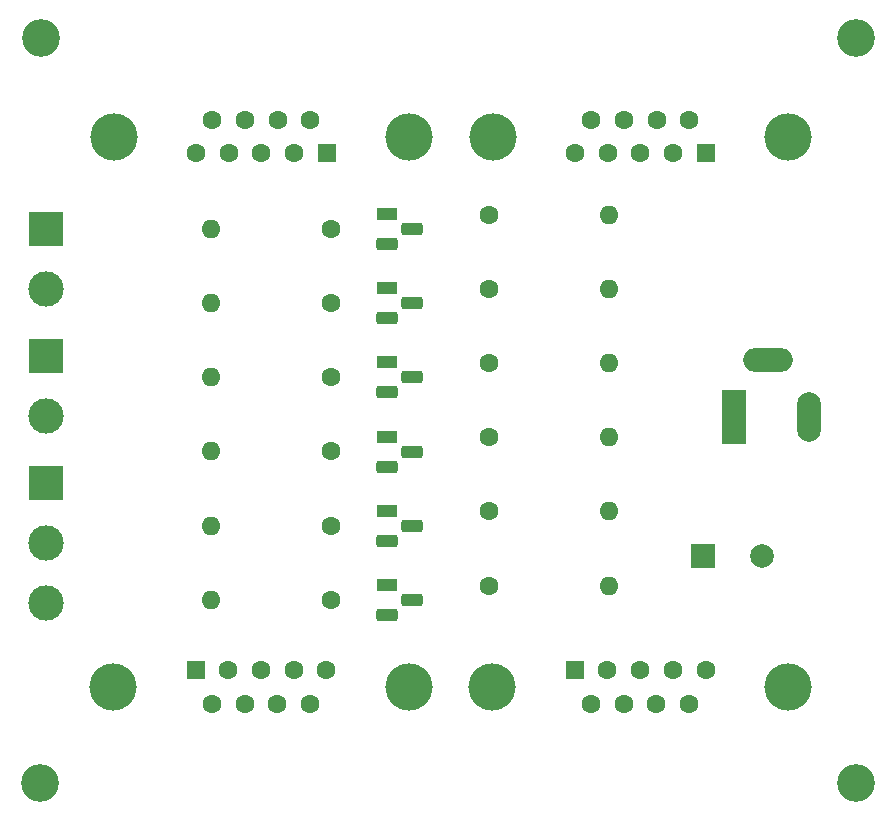
<source format=gbr>
%TF.GenerationSoftware,KiCad,Pcbnew,(6.0.4)*%
%TF.CreationDate,2024-03-21T15:28:48+01:00*%
%TF.ProjectId,Big7segDisplayDrv,42696737-7365-4674-9469-73706c617944,rev?*%
%TF.SameCoordinates,Original*%
%TF.FileFunction,Soldermask,Bot*%
%TF.FilePolarity,Negative*%
%FSLAX46Y46*%
G04 Gerber Fmt 4.6, Leading zero omitted, Abs format (unit mm)*
G04 Created by KiCad (PCBNEW (6.0.4)) date 2024-03-21 15:28:48*
%MOMM*%
%LPD*%
G01*
G04 APERTURE LIST*
G04 Aperture macros list*
%AMRoundRect*
0 Rectangle with rounded corners*
0 $1 Rounding radius*
0 $2 $3 $4 $5 $6 $7 $8 $9 X,Y pos of 4 corners*
0 Add a 4 corners polygon primitive as box body*
4,1,4,$2,$3,$4,$5,$6,$7,$8,$9,$2,$3,0*
0 Add four circle primitives for the rounded corners*
1,1,$1+$1,$2,$3*
1,1,$1+$1,$4,$5*
1,1,$1+$1,$6,$7*
1,1,$1+$1,$8,$9*
0 Add four rect primitives between the rounded corners*
20,1,$1+$1,$2,$3,$4,$5,0*
20,1,$1+$1,$4,$5,$6,$7,0*
20,1,$1+$1,$6,$7,$8,$9,0*
20,1,$1+$1,$8,$9,$2,$3,0*%
G04 Aperture macros list end*
%ADD10C,3.200000*%
%ADD11C,4.000000*%
%ADD12R,1.600000X1.600000*%
%ADD13C,1.600000*%
%ADD14R,1.800000X1.100000*%
%ADD15RoundRect,0.275000X-0.625000X0.275000X-0.625000X-0.275000X0.625000X-0.275000X0.625000X0.275000X0*%
%ADD16R,2.000000X4.600000*%
%ADD17O,2.000000X4.200000*%
%ADD18O,4.200000X2.000000*%
%ADD19R,2.000000X2.000000*%
%ADD20C,2.000000*%
%ADD21O,1.600000X1.600000*%
%ADD22R,3.000000X3.000000*%
%ADD23C,3.000000*%
G04 APERTURE END LIST*
D10*
%TO.C,REF\u002A\u002A*%
X100800000Y-131800000D03*
%TD*%
%TO.C,REF\u002A\u002A*%
X100900000Y-68800000D03*
%TD*%
%TO.C,REF\u002A\u002A*%
X169900000Y-131800000D03*
%TD*%
%TO.C,REF\u002A\u002A*%
X169900000Y-68800000D03*
%TD*%
D11*
%TO.C,J6*%
X107010000Y-77110331D03*
X132010000Y-77110331D03*
D12*
X125050000Y-78530331D03*
D13*
X122280000Y-78530331D03*
X119510000Y-78530331D03*
X116740000Y-78530331D03*
X113970000Y-78530331D03*
X123665000Y-75690331D03*
X120895000Y-75690331D03*
X118125000Y-75690331D03*
X115355000Y-75690331D03*
%TD*%
D14*
%TO.C,Q1*%
X130180000Y-83682000D03*
D15*
X132250000Y-84952000D03*
X130180000Y-86222000D03*
%TD*%
D11*
%TO.C,J7*%
X164110000Y-77110331D03*
X139110000Y-77110331D03*
D12*
X157150000Y-78530331D03*
D13*
X154380000Y-78530331D03*
X151610000Y-78530331D03*
X148840000Y-78530331D03*
X146070000Y-78530331D03*
X155765000Y-75690331D03*
X152995000Y-75690331D03*
X150225000Y-75690331D03*
X147455000Y-75690331D03*
%TD*%
D16*
%TO.C,J10*%
X159550000Y-100850000D03*
D17*
X165850000Y-100850000D03*
D18*
X162450000Y-96050000D03*
%TD*%
D14*
%TO.C,Q5*%
X130180000Y-108778000D03*
D15*
X132250000Y-110048000D03*
X130180000Y-111318000D03*
%TD*%
D19*
%TO.C,C1*%
X156932323Y-112600000D03*
D20*
X161932323Y-112600000D03*
%TD*%
D13*
%TO.C,R3*%
X138760000Y-96286000D03*
D21*
X148920000Y-96286000D03*
%TD*%
D22*
%TO.C,J2*%
X101300000Y-95660000D03*
D23*
X101300000Y-100740000D03*
%TD*%
D14*
%TO.C,Q2*%
X130180000Y-89956000D03*
D15*
X132250000Y-91226000D03*
X130180000Y-92496000D03*
%TD*%
D14*
%TO.C,Q4*%
X130180000Y-102504000D03*
D15*
X132250000Y-103774000D03*
X130180000Y-105044000D03*
%TD*%
D13*
%TO.C,R9*%
X125420000Y-97486000D03*
D21*
X115260000Y-97486000D03*
%TD*%
D13*
%TO.C,R1*%
X138760000Y-83726000D03*
D21*
X148920000Y-83726000D03*
%TD*%
D13*
%TO.C,R2*%
X138760000Y-90006000D03*
D21*
X148920000Y-90006000D03*
%TD*%
D11*
%TO.C,J4*%
X131990000Y-123689669D03*
X106990000Y-123689669D03*
D12*
X113950000Y-122269669D03*
D13*
X116720000Y-122269669D03*
X119490000Y-122269669D03*
X122260000Y-122269669D03*
X125030000Y-122269669D03*
X115335000Y-125109669D03*
X118105000Y-125109669D03*
X120875000Y-125109669D03*
X123645000Y-125109669D03*
%TD*%
%TO.C,R8*%
X125420000Y-91206000D03*
D21*
X115260000Y-91206000D03*
%TD*%
D13*
%TO.C,R4*%
X138760000Y-102566000D03*
D21*
X148920000Y-102566000D03*
%TD*%
D14*
%TO.C,Q6*%
X130180000Y-115052000D03*
D15*
X132250000Y-116322000D03*
X130180000Y-117592000D03*
%TD*%
D13*
%TO.C,R10*%
X125420000Y-103766000D03*
D21*
X115260000Y-103766000D03*
%TD*%
D13*
%TO.C,R12*%
X125420000Y-116326000D03*
D21*
X115260000Y-116326000D03*
%TD*%
D13*
%TO.C,R7*%
X125420000Y-84926000D03*
D21*
X115260000Y-84926000D03*
%TD*%
D11*
%TO.C,J5*%
X164090000Y-123689669D03*
X139090000Y-123689669D03*
D12*
X146050000Y-122269669D03*
D13*
X148820000Y-122269669D03*
X151590000Y-122269669D03*
X154360000Y-122269669D03*
X157130000Y-122269669D03*
X147435000Y-125109669D03*
X150205000Y-125109669D03*
X152975000Y-125109669D03*
X155745000Y-125109669D03*
%TD*%
%TO.C,R6*%
X138760000Y-115126000D03*
D21*
X148920000Y-115126000D03*
%TD*%
D13*
%TO.C,R5*%
X138760000Y-108846000D03*
D21*
X148920000Y-108846000D03*
%TD*%
D13*
%TO.C,R11*%
X125420000Y-110046000D03*
D21*
X115260000Y-110046000D03*
%TD*%
D14*
%TO.C,Q3*%
X130180000Y-96230000D03*
D15*
X132250000Y-97500000D03*
X130180000Y-98770000D03*
%TD*%
D22*
%TO.C,J1*%
X101300000Y-84960000D03*
D23*
X101300000Y-90040000D03*
%TD*%
D22*
%TO.C,J3*%
X101300000Y-106420000D03*
D23*
X101300000Y-111500000D03*
X101300000Y-116580000D03*
%TD*%
M02*

</source>
